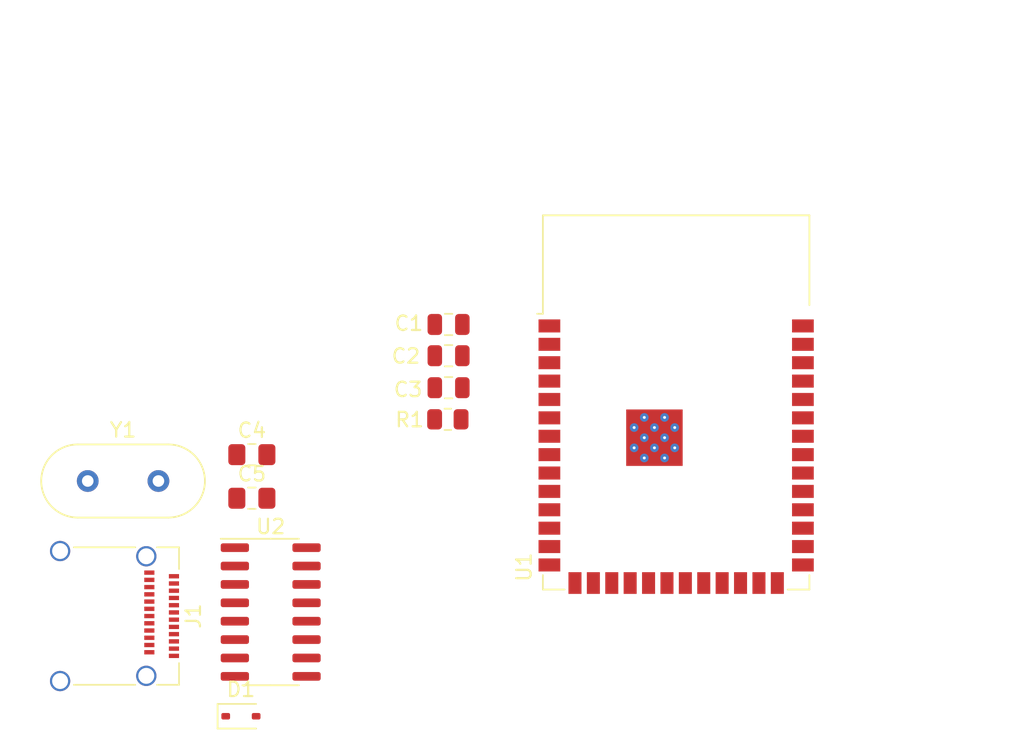
<source format=kicad_pcb>
(kicad_pcb (version 20221018) (generator pcbnew)
  (layers (0 "F.Cu" signal) (31 "B.Cu" signal) (34 "B.Paste" user) (35 "F.Paste" user) (36 "B.SilkS" user "B.Silkscreen") (37 "F.SilkS" user "F.Silkscreen") (38 "B.Mask" user) (39 "F.Mask" user) (44 "Edge.Cuts" user))
  (net 0 "")
  (net 37 "+3.3V")
  (net 38 "GND")
  (net 39 "ESP_EN")
  (net 40 "Net-(U2-XI)")
  (net 41 "Net-(U2-XO)")
  (net 42 "+5V")
  (net 43 "Net-(D1-A)")
  (net 44 "Net-(J1-GND-PadA1)")
  (net 48 "Net-(U2-UD+)")
  (net 49 "Net-(U2-UD-)")
  (footprint "Capacitor_SMD:C_0805_2012Metric_Pad1.18x1.45mm_HandSolder" (layer "F.Cu") (at 121.3454 70.9054)
    (fp_text reference "C5" (at 0 -1.68) (layer "F.SilkS"))
    (fp_text value "15")
    (fp_line (start -0.261252 -0.735) (end 0.261252 -0.735) (stroke (width 0.12)) (layer "F.SilkS"))
    (fp_line (start -0.261252 0.735) (end 0.261252 0.735) (stroke (width 0.12)) (layer "F.SilkS"))
    (pad "1" smd roundrect (at -1.0375 0) (size 1.175 1.45) (layers "F.Cu" "F.Paste" "F.Mask") (roundrect_rratio 0.212766) (net 38 "GND"))
    (pad "2" smd roundrect (at 1.0375 0) (size 1.175 1.45) (layers "F.Cu" "F.Paste" "F.Mask") (roundrect_rratio 0.212766) (net 41 "Net-(U2-XO)"))
  )
  (footprint "Resistor_SMD:R_0805_2012Metric" (layer "F.Cu") (at 134.874 65.4558)
    (fp_text reference "R1" (at -2.6416 0.0254) (layer "F.SilkS"))
    (fp_text value "10k/R0402")
    (fp_line (start -0.227064 -0.735) (end 0.227064 -0.735) (stroke (width 0.12)) (layer "F.SilkS"))
    (fp_line (start -0.227064 0.735) (end 0.227064 0.735) (stroke (width 0.12)) (layer "F.SilkS"))
    (pad "1" smd roundrect (at -0.9125 0) (size 1.025 1.4) (layers "F.Cu" "F.Paste" "F.Mask") (roundrect_rratio 0.243902) (net 37 "+3.3V"))
    (pad "2" smd roundrect (at 0.9125 0) (size 1.025 1.4) (layers "F.Cu" "F.Paste" "F.Mask") (roundrect_rratio 0.243902) (net 39 "ESP_EN"))
  )
  (footprint "Diode_SMD:D_SOD-323" (layer "F.Cu") (at 120.5904 85.9654)
    (fp_text reference "D1" (at 0 -1.85) (layer "F.SilkS"))
    (fp_text value "1N5819WS")
    (fp_line (start -1.61 -0.85) (end -1.61 0.85) (stroke (width 0.12)) (layer "F.SilkS"))
    (fp_line (start -1.61 -0.85) (end 1.05 -0.85) (stroke (width 0.12)) (layer "F.SilkS"))
    (fp_line (start -1.61 0.85) (end 1.05 0.85) (stroke (width 0.12)) (layer "F.SilkS"))
    (pad "1" smd roundrect (at -1.05 0) (size 0.6 0.45) (layers "F.Cu" "F.Paste" "F.Mask") (net 42 "+5V"))
    (pad "2" smd roundrect (at 1.05 0) (size 0.6 0.45) (layers "F.Cu" "F.Paste" "F.Mask") (net 43 "Net-(D1-A)"))
  )
  (footprint "Crystal:Crystal_HC49-U_Vertical" (layer "F.Cu") (at 110.0154 69.7154)
    (fp_text reference "Y1" (at 2.44 -3.525) (layer "F.SilkS"))
    (fp_text value "12MHz")
    (fp_line (start -0.685 -2.525) (end 5.565 -2.525) (stroke (width 0.12)) (layer "F.SilkS"))
    (fp_line (start -0.685 2.525) (end 5.565 2.525) (stroke (width 0.12)) (layer "F.SilkS"))
    (fp_arc (start -0.685 2.525) (mid -3.21 0) (end -0.685 -2.525) (stroke (width 0.12)) (layer "F.SilkS"))
    (fp_arc (start 5.565 -2.525) (mid 8.09 0) (end 5.565 2.525) (stroke (width 0.12)) (layer "F.SilkS"))
    (pad "1" thru_hole circle (at 0 0) (size 1.5 1.5) (drill 0.8) (layers "*.Cu" "*.Mask") (net 41 "Net-(U2-XO)"))
    (pad "2" thru_hole circle (at 4.88 0) (size 1.5 1.5) (drill 0.8) (layers "*.Cu" "*.Mask") (net 40 "Net-(U2-XI)"))
  )
  (footprint "RF_Module:ESP32-S3-WROOM-1" (layer "F.Cu") (at 150.635 64.2642)
    (fp_text reference "U1" (at -10.5 11.4 90 unlocked) (layer "F.SilkS"))
    (fp_text value "ESP32-S3-WROOM-1x-N8R8")
    (fp_line (start -9.2 -12.9) (end 9.2 -12.9) (stroke (width 0.12)) (layer "F.SilkS"))
    (fp_line (start -9.2 -6.1) (end -9.6 -6.1) (stroke (width 0.12)) (layer "F.SilkS"))
    (fp_line (start -9.2 -6.1) (end -9.2 -12.9) (stroke (width 0.12)) (layer "F.SilkS"))
    (fp_line (start -9.2 11.95) (end -9.2 12.95) (stroke (width 0.12)) (layer "F.SilkS"))
    (fp_line (start -9.2 12.95) (end -7.7 12.95) (stroke (width 0.12)) (layer "F.SilkS"))
    (fp_line (start 9.2 -12.9) (end 9.2 -6.7) (stroke (width 0.12)) (layer "F.SilkS"))
    (fp_line (start 9.2 12.95) (end 7.7 12.95) (stroke (width 0.12)) (layer "F.SilkS"))
    (fp_line (start 9.2 12.95) (end 9.2 11.95) (stroke (width 0.12)) (layer "F.SilkS"))
    (pad "1" smd rect (at -8.75 -5.26) (size 1.5 0.9) (layers "F.Cu" "F.Paste" "F.Mask") (net 38 "GND"))
    (pad "2" smd rect (at -8.75 -3.99) (size 1.5 0.9) (layers "F.Cu" "F.Paste" "F.Mask") (net 37 "+3.3V"))
    (pad "3" smd rect (at -8.75 -2.72) (size 1.5 0.9) (layers "F.Cu" "F.Paste" "F.Mask") (net 39 "ESP_EN"))
    (pad "4" smd rect (at -8.75 -1.45) (size 1.5 0.9) (layers "F.Cu" "F.Paste" "F.Mask"))
    (pad "5" smd rect (at -8.75 -0.18) (size 1.5 0.9) (layers "F.Cu" "F.Paste" "F.Mask"))
    (pad "6" smd rect (at -8.75 1.09) (size 1.5 0.9) (layers "F.Cu" "F.Paste" "F.Mask"))
    (pad "7" smd rect (at -8.75 2.36) (size 1.5 0.9) (layers "F.Cu" "F.Paste" "F.Mask"))
    (pad "8" smd rect (at -8.75 3.63) (size 1.5 0.9) (layers "F.Cu" "F.Paste" "F.Mask"))
    (pad "9" smd rect (at -8.75 4.9) (size 1.5 0.9) (layers "F.Cu" "F.Paste" "F.Mask"))
    (pad "10" smd rect (at -8.75 6.17) (size 1.5 0.9) (layers "F.Cu" "F.Paste" "F.Mask"))
    (pad "11" smd rect (at -8.75 7.44) (size 1.5 0.9) (layers "F.Cu" "F.Paste" "F.Mask"))
    (pad "12" smd rect (at -8.75 8.71) (size 1.5 0.9) (layers "F.Cu" "F.Paste" "F.Mask"))
    (pad "13" smd rect (at -8.75 9.98) (size 1.5 0.9) (layers "F.Cu" "F.Paste" "F.Mask"))
    (pad "14" smd rect (at -8.75 11.25 180) (size 1.5 0.9) (layers "F.Cu" "F.Paste" "F.Mask"))
    (pad "15" smd rect (at -6.985 12.5 270) (size 1.5 0.9) (layers "F.Cu" "F.Paste" "F.Mask"))
    (pad "16" smd rect (at -5.715 12.5 270) (size 1.5 0.9) (layers "F.Cu" "F.Paste" "F.Mask"))
    (pad "17" smd rect (at -4.445 12.5 270) (size 1.5 0.9) (layers "F.Cu" "F.Paste" "F.Mask"))
    (pad "18" smd rect (at -3.175 12.5 270) (size 1.5 0.9) (layers "F.Cu" "F.Paste" "F.Mask"))
    (pad "19" smd rect (at -1.905 12.5 270) (size 1.5 0.9) (layers "F.Cu" "F.Paste" "F.Mask"))
    (pad "20" smd rect (at -0.635 12.5 270) (size 1.5 0.9) (layers "F.Cu" "F.Paste" "F.Mask"))
    (pad "21" smd rect (at 0.635 12.5 270) (size 1.5 0.9) (layers "F.Cu" "F.Paste" "F.Mask"))
    (pad "22" smd rect (at 1.905 12.5 270) (size 1.5 0.9) (layers "F.Cu" "F.Paste" "F.Mask"))
    (pad "23" smd rect (at 3.175 12.5 270) (size 1.5 0.9) (layers "F.Cu" "F.Paste" "F.Mask"))
    (pad "24" smd rect (at 4.445 12.5 270) (size 1.5 0.9) (layers "F.Cu" "F.Paste" "F.Mask"))
    (pad "25" smd rect (at 5.715 12.5 270) (size 1.5 0.9) (layers "F.Cu" "F.Paste" "F.Mask"))
    (pad "26" smd rect (at 6.985 12.5 270) (size 1.5 0.9) (layers "F.Cu" "F.Paste" "F.Mask"))
    (pad "27" smd rect (at 8.75 11.25) (size 1.5 0.9) (layers "F.Cu" "F.Paste" "F.Mask"))
    (pad "28" smd rect (at 8.75 9.98) (size 1.5 0.9) (layers "F.Cu" "F.Paste" "F.Mask"))
    (pad "29" smd rect (at 8.75 8.71) (size 1.5 0.9) (layers "F.Cu" "F.Paste" "F.Mask"))
    (pad "30" smd rect (at 8.75 7.44) (size 1.5 0.9) (layers "F.Cu" "F.Paste" "F.Mask"))
    (pad "31" smd rect (at 8.75 6.17) (size 1.5 0.9) (layers "F.Cu" "F.Paste" "F.Mask"))
    (pad "32" smd rect (at 8.75 4.9) (size 1.5 0.9) (layers "F.Cu" "F.Paste" "F.Mask"))
    (pad "33" smd rect (at 8.75 3.63) (size 1.5 0.9) (layers "F.Cu" "F.Paste" "F.Mask"))
    (pad "34" smd rect (at 8.75 2.36) (size 1.5 0.9) (layers "F.Cu" "F.Paste" "F.Mask"))
    (pad "35" smd rect (at 8.75 1.09) (size 1.5 0.9) (layers "F.Cu" "F.Paste" "F.Mask"))
    (pad "36" smd rect (at 8.75 -0.18) (size 1.5 0.9) (layers "F.Cu" "F.Paste" "F.Mask"))
    (pad "37" smd rect (at 8.75 -1.45) (size 1.5 0.9) (layers "F.Cu" "F.Paste" "F.Mask"))
    (pad "38" smd rect (at 8.75 -2.72) (size 1.5 0.9) (layers "F.Cu" "F.Paste" "F.Mask"))
    (pad "39" smd rect (at 8.75 -3.99) (size 1.5 0.9) (layers "F.Cu" "F.Paste" "F.Mask"))
    (pad "40" smd rect (at 8.75 -5.26) (size 1.5 0.9) (layers "F.Cu" "F.Paste" "F.Mask") (net 38 "GND"))
    (pad "41" thru_hole circle (at -2.9 1.76 90) (size 0.6 0.6) (drill 0.2) (property pad_prop_heatsink) (layers "*.Cu" "F.Mask") (net 38 "GND"))
    (pad "41" thru_hole circle (at -2.9 3.16) (size 0.6 0.6) (drill 0.2) (property pad_prop_heatsink) (layers "*.Cu" "F.Mask") (net 38 "GND"))
    (pad "41" thru_hole circle (at -2.2 1.06) (size 0.6 0.6) (drill 0.2) (property pad_prop_heatsink) (layers "*.Cu" "F.Mask") (net 38 "GND"))
    (pad "41" thru_hole circle (at -2.2 2.46) (size 0.6 0.6) (drill 0.2) (property pad_prop_heatsink) (layers "*.Cu" "F.Mask") (net 38 "GND"))
    (pad "41" thru_hole circle (at -2.2 3.86) (size 0.6 0.6) (drill 0.2) (property pad_prop_heatsink) (layers "*.Cu" "F.Mask") (net 38 "GND"))
    (pad "41" thru_hole circle (at -1.5 1.76) (size 0.6 0.6) (drill 0.2) (property pad_prop_heatsink) (layers "*.Cu" "F.Mask") (net 38 "GND"))
    (pad "41" smd rect (at -1.5 2.46 270) (size 3.9 3.9) (layers "F.Cu" "F.Mask") (net 38 "GND"))
    (pad "41" thru_hole circle (at -1.5 3.16) (size 0.6 0.6) (drill 0.2) (property pad_prop_heatsink) (layers "*.Cu" "F.Mask") (net 38 "GND"))
    (pad "41" thru_hole circle (at -0.8 1.06) (size 0.6 0.6) (drill 0.2) (property pad_prop_heatsink) (layers "*.Cu" "F.Mask") (net 38 "GND"))
    (pad "41" thru_hole circle (at -0.8 2.46) (size 0.6 0.6) (drill 0.2) (property pad_prop_heatsink) (layers "*.Cu" "F.Mask") (net 38 "GND"))
    (pad "41" thru_hole circle (at -0.8 3.86) (size 0.6 0.6) (drill 0.2) (property pad_prop_heatsink) (layers "*.Cu" "F.Mask") (net 38 "GND"))
    (pad "41" thru_hole circle (at -0.1 1.76) (size 0.6 0.6) (drill 0.2) (property pad_prop_heatsink) (layers "*.Cu" "F.Mask") (net 38 "GND"))
    (pad "41" thru_hole circle (at -0.1 3.16) (size 0.6 0.6) (drill 0.2) (property pad_prop_heatsink) (layers "*.Cu" "F.Mask") (net 38 "GND"))
  )
  (footprint "Package_SO:SOIC-16_3.9x9.9mm_P1.27mm" (layer "F.Cu") (at 122.6454 78.7654)
    (fp_text reference "U2" (at 0 -5.9) (layer "F.SilkS"))
    (fp_text value "CH340G")
    (fp_line (start 0 -5.06) (end -3.45 -5.06) (stroke (width 0.12)) (layer "F.SilkS"))
    (fp_line (start 0 -5.06) (end 1.95 -5.06) (stroke (width 0.12)) (layer "F.SilkS"))
    (fp_line (start 0 5.06) (end -1.95 5.06) (stroke (width 0.12)) (layer "F.SilkS"))
    (fp_line (start 0 5.06) (end 1.95 5.06) (stroke (width 0.12)) (layer "F.SilkS"))
    (pad "1" smd roundrect (at -2.475 -4.445) (size 1.95 0.6) (layers "F.Cu" "F.Paste" "F.Mask") (net 38 "GND"))
    (pad "2" smd roundrect (at -2.475 -3.175) (size 1.95 0.6) (layers "F.Cu" "F.Paste" "F.Mask"))
    (pad "3" smd roundrect (at -2.475 -1.905) (size 1.95 0.6) (layers "F.Cu" "F.Paste" "F.Mask"))
    (pad "4" smd roundrect (at -2.475 -0.635) (size 1.95 0.6) (layers "F.Cu" "F.Paste" "F.Mask"))
    (pad "5" smd roundrect (at -2.475 0.635) (size 1.95 0.6) (layers "F.Cu" "F.Paste" "F.Mask") (net 48 "Net-(U2-UD+)"))
    (pad "6" smd roundrect (at -2.475 1.905) (size 1.95 0.6) (layers "F.Cu" "F.Paste" "F.Mask") (net 49 "Net-(U2-UD-)"))
    (pad "7" smd roundrect (at -2.475 3.175) (size 1.95 0.6) (layers "F.Cu" "F.Paste" "F.Mask") (net 40 "Net-(U2-XI)"))
    (pad "8" smd roundrect (at -2.475 4.445) (size 1.95 0.6) (layers "F.Cu" "F.Paste" "F.Mask") (net 41 "Net-(U2-XO)"))
    (pad "9" smd roundrect (at 2.475 4.445) (size 1.95 0.6) (layers "F.Cu" "F.Paste" "F.Mask"))
    (pad "10" smd roundrect (at 2.475 3.175) (size 1.95 0.6) (layers "F.Cu" "F.Paste" "F.Mask"))
    (pad "11" smd roundrect (at 2.475 1.905) (size 1.95 0.6) (layers "F.Cu" "F.Paste" "F.Mask"))
    (pad "12" smd roundrect (at 2.475 0.635) (size 1.95 0.6) (layers "F.Cu" "F.Paste" "F.Mask"))
    (pad "13" smd roundrect (at 2.475 -0.635) (size 1.95 0.6) (layers "F.Cu" "F.Paste" "F.Mask"))
    (pad "14" smd roundrect (at 2.475 -1.905) (size 1.95 0.6) (layers "F.Cu" "F.Paste" "F.Mask"))
    (pad "15" smd roundrect (at 2.475 -3.175) (size 1.95 0.6) (layers "F.Cu" "F.Paste" "F.Mask"))
    (pad "16" smd roundrect (at 2.475 -4.445) (size 1.95 0.6) (layers "F.Cu" "F.Paste" "F.Mask"))
  )
  (footprint "Capacitor_SMD:C_0805_2012Metric" (layer "F.Cu") (at 134.9248 61.0616)
    (fp_text reference "C2" (at -2.9464 0.0254) (layer "F.SilkS"))
    (fp_text value "100nF/10V/10%/X7R/C0402")
    (fp_line (start -0.261252 -0.735) (end 0.261252 -0.735) (stroke (width 0.12)) (layer "F.SilkS"))
    (fp_line (start -0.261252 0.735) (end 0.261252 0.735) (stroke (width 0.12)) (layer "F.SilkS"))
    (pad "1" smd roundrect (at -0.95 0) (size 1 1.45) (layers "F.Cu" "F.Paste" "F.Mask") (net 38 "GND"))
    (pad "2" smd roundrect (at 0.95 0) (size 1 1.45) (layers "F.Cu" "F.Paste" "F.Mask") (net 37 "+3.3V"))
  )
  (footprint "Capacitor_SMD:C_0805_2012Metric_Pad1.18x1.45mm_HandSolder" (layer "F.Cu") (at 121.3454 67.8954)
    (fp_text reference "C4" (at 0 -1.68) (layer "F.SilkS"))
    (fp_text value "15")
    (fp_line (start -0.261252 -0.735) (end 0.261252 -0.735) (stroke (width 0.12)) (layer "F.SilkS"))
    (fp_line (start -0.261252 0.735) (end 0.261252 0.735) (stroke (width 0.12)) (layer "F.SilkS"))
    (pad "1" smd roundrect (at -1.0375 0) (size 1.175 1.45) (layers "F.Cu" "F.Paste" "F.Mask") (roundrect_rratio 0.212766) (net 38 "GND"))
    (pad "2" smd roundrect (at 1.0375 0) (size 1.175 1.45) (layers "F.Cu" "F.Paste" "F.Mask") (roundrect_rratio 0.212766) (net 40 "Net-(U2-XI)"))
  )
  (footprint "Capacitor_SMD:C_0805_2012Metric" (layer "F.Cu") (at 134.9248 63.2714 180)
    (fp_text reference "C3" (at 2.794 -0.127) (layer "F.SilkS"))
    (fp_text value "1uF/10V/10%/X5R/C0603")
    (fp_line (start -0.261252 -0.735) (end 0.261252 -0.735) (stroke (width 0.12)) (layer "F.SilkS"))
    (fp_line (start -0.261252 0.735) (end 0.261252 0.735) (stroke (width 0.12)) (layer "F.SilkS"))
    (pad "1" smd roundrect (at -0.95 0 180) (size 1 1.45) (layers "F.Cu" "F.Paste" "F.Mask") (net 39 "ESP_EN"))
    (pad "2" smd roundrect (at 0.95 0 180) (size 1 1.45) (layers "F.Cu" "F.Paste" "F.Mask") (net 38 "GND"))
  )
  (footprint "Connector_USB:USB_C_Receptacle_Amphenol_12401610E4-2A_CircularHoles" (layer "F.Cu") (at 110.9472 79.0448 -90)
    (fp_text reference "J1" (at 0 -6.36 90) (layer "F.SilkS"))
    (fp_text value "USB_C_Receptacle")
    (fp_line (start -4.75 -5.37) (end -4.75 -3.85) (stroke (width 0.12)) (layer "F.SilkS"))
    (fp_line (start -4.75 -5.37) (end -3.25 -5.37) (stroke (width 0.12)) (layer "F.SilkS"))
    (fp_line (start -4.75 -2.35) (end -4.75 1.89) (stroke (width 0.12)) (layer "F.SilkS"))
    (fp_line (start 3.25 -5.37) (end 4.75 -5.37) (stroke (width 0.12)) (layer "F.SilkS"))
    (fp_line (start 4.75 -5.37) (end 4.75 -3.85) (stroke (width 0.12)) (layer "F.SilkS"))
    (fp_line (start 4.75 -2.35) (end 4.75 1.89) (stroke (width 0.12)) (layer "F.SilkS"))
    (pad "" np_thru_hole circle (at -3.6 -4.36 270) (size 0.65 0.65) (drill 0.65) (layers "*.Cu" "*.Mask"))
    (pad "" np_thru_hole circle (at 3.6 -4.36 270) (size 0.95 0.95) (drill 0.95) (layers "*.Cu" "*.Mask"))
    (pad "A1" smd rect (at -2.75 -5.02 270) (size 0.3 0.7) (layers "F.Cu" "F.Paste" "F.Mask") (net 44 "Net-(J1-GND-PadA1)"))
    (pad "A2" smd rect (at -2.25 -5.02 270) (size 0.3 0.7) (layers "F.Cu" "F.Paste" "F.Mask"))
    (pad "A3" smd rect (at -1.75 -5.02 270) (size 0.3 0.7) (layers "F.Cu" "F.Paste" "F.Mask"))
    (pad "A4" smd rect (at -1.25 -5.02 270) (size 0.3 0.7) (layers "F.Cu" "F.Paste" "F.Mask") (net 43 "Net-(D1-A)"))
    (pad "A5" smd rect (at -0.75 -5.02 270) (size 0.3 0.7) (layers "F.Cu" "F.Paste" "F.Mask"))
    (pad "A6" smd rect (at -0.25 -5.02 270) (size 0.3 0.7) (layers "F.Cu" "F.Paste" "F.Mask") (net 48 "Net-(U2-UD+)"))
    (pad "A7" smd rect (at 0.25 -5.02 270) (size 0.3 0.7) (layers "F.Cu" "F.Paste" "F.Mask") (net 49 "Net-(U2-UD-)"))
    (pad "A8" smd rect (at 0.75 -5.02 270) (size 0.3 0.7) (layers "F.Cu" "F.Paste" "F.Mask"))
    (pad "A9" smd rect (at 1.25 -5.02 270) (size 0.3 0.7) (layers "F.Cu" "F.Paste" "F.Mask") (net 43 "Net-(D1-A)"))
    (pad "A10" smd rect (at 1.75 -5.02 270) (size 0.3 0.7) (layers "F.Cu" "F.Paste" "F.Mask"))
    (pad "A11" smd rect (at 2.25 -5.02 270) (size 0.3 0.7) (layers "F.Cu" "F.Paste" "F.Mask"))
    (pad "A12" smd rect (at 2.75 -5.02 270) (size 0.3 0.7) (layers "F.Cu" "F.Paste" "F.Mask") (net 44 "Net-(J1-GND-PadA1)"))
    (pad "B1" smd rect (at 2.5 -3.32 270) (size 0.3 0.7) (layers "F.Cu" "F.Paste" "F.Mask") (net 44 "Net-(J1-GND-PadA1)"))
    (pad "B2" smd rect (at 2 -3.32 270) (size 0.3 0.7) (layers "F.Cu" "F.Paste" "F.Mask"))
    (pad "B3" smd rect (at 1.5 -3.32 270) (size 0.3 0.7) (layers "F.Cu" "F.Paste" "F.Mask"))
    (pad "B4" smd rect (at 1 -3.32 270) (size 0.3 0.7) (layers "F.Cu" "F.Paste" "F.Mask") (net 43 "Net-(D1-A)"))
    (pad "B5" smd rect (at 0.5 -3.32 270) (size 0.3 0.7) (layers "F.Cu" "F.Paste" "F.Mask"))
    (pad "B6" smd rect (at 0 -3.32 270) (size 0.3 0.7) (layers "F.Cu" "F.Paste" "F.Mask") (net 48 "Net-(U2-UD+)"))
    (pad "B7" smd rect (at -0.5 -3.32 270) (size 0.3 0.7) (layers "F.Cu" "F.Paste" "F.Mask") (net 49 "Net-(U2-UD-)"))
    (pad "B8" smd rect (at -1 -3.32 270) (size 0.3 0.7) (layers "F.Cu" "F.Paste" "F.Mask"))
    (pad "B9" smd rect (at -1.5 -3.32 270) (size 0.3 0.7) (layers "F.Cu" "F.Paste" "F.Mask") (net 43 "Net-(D1-A)"))
    (pad "B10" smd rect (at -2 -3.32 270) (size 0.3 0.7) (layers "F.Cu" "F.Paste" "F.Mask"))
    (pad "B11" smd rect (at -2.5 -3.32 270) (size 0.3 0.7) (layers "F.Cu" "F.Paste" "F.Mask"))
    (pad "B12" smd rect (at -3 -3.32 270) (size 0.3 0.7) (layers "F.Cu" "F.Paste" "F.Mask") (net 44 "Net-(J1-GND-PadA1)"))
    (pad "S1" thru_hole circle (at -4.49 2.84 270) (size 1.4 1.4) (drill 1.1) (layers "*.Cu" "*.Mask"))
    (pad "S1" thru_hole circle (at -4.13 -3.11 270) (size 1.4 1.4) (drill 1.1) (layers "*.Cu" "*.Mask"))
    (pad "S1" thru_hole circle (at 4.13 -3.11 270) (size 1.4 1.4) (drill 1.1) (layers "*.Cu" "*.Mask"))
    (pad "S1" thru_hole circle (at 4.49 2.84 270) (size 1.4 1.4) (drill 1.1) (layers "*.Cu" "*.Mask"))
  )
  (footprint "Capacitor_SMD:C_0805_2012Metric" (layer "F.Cu") (at 134.9248 58.9026 180)
    (fp_text reference "C1" (at 2.7432 0.0762) (layer "F.SilkS"))
    (fp_text value "22uF/6.3V/20%/X5R/C0603")
    (fp_line (start -0.261252 -0.735) (end 0.261252 -0.735) (stroke (width 0.12)) (layer "F.SilkS"))
    (fp_line (start -0.261252 0.735) (end 0.261252 0.735) (stroke (width 0.12)) (layer "F.SilkS"))
    (pad "1" smd roundrect (at -0.95 0 180) (size 1 1.45) (layers "F.Cu" "F.Paste" "F.Mask") (net 37 "+3.3V"))
    (pad "2" smd roundrect (at 0.95 0 180) (size 1 1.45) (layers "F.Cu" "F.Paste" "F.Mask") (net 38 "GND"))
  )
)
</source>
